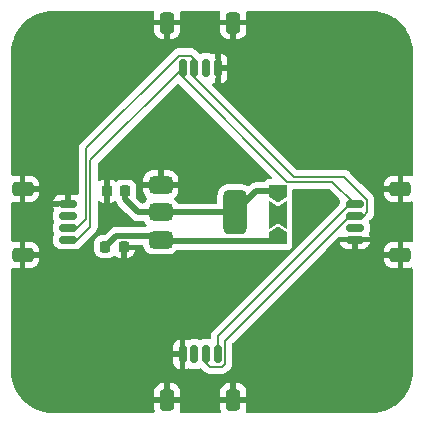
<source format=gtl>
G04 #@! TF.GenerationSoftware,KiCad,Pcbnew,9.0.3*
G04 #@! TF.CreationDate,2025-08-26T16:50:38-07:00*
G04 #@! TF.ProjectId,i2c_breakout,6932635f-6272-4656-916b-6f75742e6b69,v1.0.0*
G04 #@! TF.SameCoordinates,Original*
G04 #@! TF.FileFunction,Copper,L1,Top*
G04 #@! TF.FilePolarity,Positive*
%FSLAX45Y45*%
G04 Gerber Fmt 4.5, Leading zero omitted, Abs format (unit mm)*
G04 Created by KiCad (PCBNEW 9.0.3) date 2025-08-26 16:50:38*
%MOMM*%
%LPD*%
G01*
G04 APERTURE LIST*
G04 Aperture macros list*
%AMRoundRect*
0 Rectangle with rounded corners*
0 $1 Rounding radius*
0 $2 $3 $4 $5 $6 $7 $8 $9 X,Y pos of 4 corners*
0 Add a 4 corners polygon primitive as box body*
4,1,4,$2,$3,$4,$5,$6,$7,$8,$9,$2,$3,0*
0 Add four circle primitives for the rounded corners*
1,1,$1+$1,$2,$3*
1,1,$1+$1,$4,$5*
1,1,$1+$1,$6,$7*
1,1,$1+$1,$8,$9*
0 Add four rect primitives between the rounded corners*
20,1,$1+$1,$2,$3,$4,$5,0*
20,1,$1+$1,$4,$5,$6,$7,0*
20,1,$1+$1,$6,$7,$8,$9,0*
20,1,$1+$1,$8,$9,$2,$3,0*%
%AMFreePoly0*
4,1,6,1.000000,0.000000,0.500000,-0.750000,-0.500000,-0.750000,-0.500000,0.750000,0.500000,0.750000,1.000000,0.000000,1.000000,0.000000,$1*%
%AMFreePoly1*
4,1,7,0.700000,0.000000,1.200000,-0.750000,-1.200000,-0.750000,-0.700000,0.000000,-1.200000,0.750000,1.200000,0.750000,0.700000,0.000000,0.700000,0.000000,$1*%
G04 Aperture macros list end*
G04 #@! TA.AperFunction,ComponentPad*
%ADD10C,5.700000*%
G04 #@! TD*
G04 #@! TA.AperFunction,SMDPad,CuDef*
%ADD11RoundRect,0.150000X0.150000X0.625000X-0.150000X0.625000X-0.150000X-0.625000X0.150000X-0.625000X0*%
G04 #@! TD*
G04 #@! TA.AperFunction,SMDPad,CuDef*
%ADD12RoundRect,0.250000X0.350000X0.650000X-0.350000X0.650000X-0.350000X-0.650000X0.350000X-0.650000X0*%
G04 #@! TD*
G04 #@! TA.AperFunction,SMDPad,CuDef*
%ADD13RoundRect,0.375000X-0.625000X-0.375000X0.625000X-0.375000X0.625000X0.375000X-0.625000X0.375000X0*%
G04 #@! TD*
G04 #@! TA.AperFunction,SMDPad,CuDef*
%ADD14RoundRect,0.500000X-0.500000X-1.400000X0.500000X-1.400000X0.500000X1.400000X-0.500000X1.400000X0*%
G04 #@! TD*
G04 #@! TA.AperFunction,SMDPad,CuDef*
%ADD15RoundRect,0.225000X-0.225000X-0.250000X0.225000X-0.250000X0.225000X0.250000X-0.225000X0.250000X0*%
G04 #@! TD*
G04 #@! TA.AperFunction,SMDPad,CuDef*
%ADD16RoundRect,0.150000X-0.625000X0.150000X-0.625000X-0.150000X0.625000X-0.150000X0.625000X0.150000X0*%
G04 #@! TD*
G04 #@! TA.AperFunction,SMDPad,CuDef*
%ADD17RoundRect,0.250000X-0.650000X0.350000X-0.650000X-0.350000X0.650000X-0.350000X0.650000X0.350000X0*%
G04 #@! TD*
G04 #@! TA.AperFunction,SMDPad,CuDef*
%ADD18RoundRect,0.150000X0.625000X-0.150000X0.625000X0.150000X-0.625000X0.150000X-0.625000X-0.150000X0*%
G04 #@! TD*
G04 #@! TA.AperFunction,SMDPad,CuDef*
%ADD19RoundRect,0.250000X0.650000X-0.350000X0.650000X0.350000X-0.650000X0.350000X-0.650000X-0.350000X0*%
G04 #@! TD*
G04 #@! TA.AperFunction,SMDPad,CuDef*
%ADD20RoundRect,0.150000X-0.150000X-0.625000X0.150000X-0.625000X0.150000X0.625000X-0.150000X0.625000X0*%
G04 #@! TD*
G04 #@! TA.AperFunction,SMDPad,CuDef*
%ADD21RoundRect,0.250000X-0.350000X-0.650000X0.350000X-0.650000X0.350000X0.650000X-0.350000X0.650000X0*%
G04 #@! TD*
G04 #@! TA.AperFunction,SMDPad,CuDef*
%ADD22RoundRect,0.225000X0.225000X0.250000X-0.225000X0.250000X-0.225000X-0.250000X0.225000X-0.250000X0*%
G04 #@! TD*
G04 #@! TA.AperFunction,SMDPad,CuDef*
%ADD23FreePoly0,270.000000*%
G04 #@! TD*
G04 #@! TA.AperFunction,SMDPad,CuDef*
%ADD24FreePoly1,270.000000*%
G04 #@! TD*
G04 #@! TA.AperFunction,SMDPad,CuDef*
%ADD25FreePoly0,90.000000*%
G04 #@! TD*
G04 #@! TA.AperFunction,ViaPad*
%ADD26C,0.600000*%
G04 #@! TD*
G04 #@! TA.AperFunction,Conductor*
%ADD27C,0.500000*%
G04 #@! TD*
G04 #@! TA.AperFunction,Conductor*
%ADD28C,0.200000*%
G04 #@! TD*
G04 APERTURE END LIST*
D10*
X15350000Y-7850000D03*
D11*
X14100000Y-5333750D03*
X14000000Y-5333750D03*
X13900000Y-5333750D03*
X13800000Y-5333750D03*
D12*
X14230000Y-4946250D03*
X13670000Y-4946250D03*
D10*
X12750000Y-7850000D03*
D13*
X13615000Y-6323750D03*
X13615000Y-6553750D03*
D14*
X14245000Y-6553750D03*
D13*
X13615000Y-6783750D03*
D15*
X13147500Y-6843750D03*
X13302500Y-6843750D03*
D16*
X12832500Y-6483750D03*
X12832500Y-6583750D03*
X12832500Y-6683750D03*
X12832500Y-6783750D03*
D17*
X12445000Y-6353750D03*
X12445000Y-6913750D03*
D10*
X15350000Y-5250000D03*
D18*
X15257500Y-6783750D03*
X15257500Y-6683750D03*
X15257500Y-6583750D03*
X15257500Y-6483750D03*
D19*
X15645000Y-6913750D03*
X15645000Y-6353750D03*
D20*
X13800000Y-7753750D03*
X13900000Y-7753750D03*
X14000000Y-7753750D03*
X14100000Y-7753750D03*
D21*
X13670000Y-8141250D03*
X14230000Y-8141250D03*
D22*
X13315000Y-6373750D03*
X13160000Y-6373750D03*
D23*
X14605000Y-6373750D03*
D24*
X14605000Y-6573750D03*
D25*
X14605000Y-6773750D03*
D10*
X12750000Y-5250000D03*
D26*
X12832500Y-6583750D03*
X13147500Y-6843750D03*
X15257500Y-6683750D03*
X14000000Y-5333750D03*
X14605000Y-6573750D03*
X13900000Y-7753750D03*
D27*
X13615000Y-6553750D02*
X14245000Y-6553750D01*
X13315000Y-6443750D02*
X13425000Y-6553750D01*
X14245000Y-6553750D02*
X14425000Y-6373750D01*
X13315000Y-6373750D02*
X13315000Y-6443750D01*
X13425000Y-6553750D02*
X13615000Y-6553750D01*
X14425000Y-6373750D02*
X14605000Y-6373750D01*
X13240100Y-6751150D02*
X13582400Y-6751150D01*
X13582400Y-6751150D02*
X13615000Y-6783750D01*
X13147500Y-6843750D02*
X13240100Y-6751150D01*
X13625000Y-6793750D02*
X14585000Y-6793750D01*
X13615000Y-6783750D02*
X13625000Y-6793750D01*
X14585000Y-6793750D02*
X14605000Y-6773750D01*
D28*
X14134097Y-7861350D02*
X14030100Y-7861350D01*
X15365100Y-6553650D02*
X15335000Y-6583750D01*
X14030100Y-7861350D02*
X14000000Y-7831250D01*
X15365100Y-6449653D02*
X15365100Y-6553650D01*
X12910000Y-6683750D02*
X12979900Y-6613850D01*
X13765903Y-5226150D02*
X13869900Y-5226150D01*
X13900000Y-5411250D02*
X14741800Y-6253050D01*
X13900000Y-5256250D02*
X13900000Y-5333750D01*
X12979900Y-6012153D02*
X13765903Y-5226150D01*
X15335000Y-6583750D02*
X15257500Y-6583750D01*
X14741800Y-6253050D02*
X15168497Y-6253050D01*
X15257500Y-6583750D02*
X15215803Y-6583750D01*
X14160100Y-7835347D02*
X14134097Y-7861350D01*
X15168497Y-6253050D02*
X15365100Y-6449653D01*
X15215803Y-6583750D02*
X14160100Y-7639453D01*
X12979900Y-6613850D02*
X12979900Y-6012153D01*
X14160100Y-7639453D02*
X14160100Y-7835347D01*
X13869900Y-5226150D02*
X13900000Y-5256250D01*
X14000000Y-7831250D02*
X14000000Y-7753750D01*
X12832500Y-6683750D02*
X12910000Y-6683750D01*
X13900000Y-5333750D02*
X13900000Y-5411250D01*
X13800000Y-5411250D02*
X14681900Y-6293150D01*
X12832500Y-6783750D02*
X12910000Y-6783750D01*
X13800000Y-5333750D02*
X13800000Y-5411250D01*
X12910000Y-6783750D02*
X13020000Y-6673750D01*
X13020000Y-6113750D02*
X13800000Y-5333750D01*
X14100000Y-7599553D02*
X14100000Y-7753750D01*
X15257500Y-6483750D02*
X15215803Y-6483750D01*
X14681900Y-6293150D02*
X15066900Y-6293150D01*
X15066900Y-6293150D02*
X15257500Y-6483750D01*
X13020000Y-6673750D02*
X13020000Y-6113750D01*
X15215803Y-6483750D02*
X14100000Y-7599553D01*
G04 #@! TA.AperFunction,Conductor*
G36*
X13555860Y-4852019D02*
G01*
X13560436Y-4857299D01*
X13561430Y-4864215D01*
X13561171Y-4865315D01*
X13561191Y-4865319D01*
X13561049Y-4865981D01*
X13560000Y-4876251D01*
X13560000Y-4921250D01*
X13780000Y-4921250D01*
X13780000Y-4876253D01*
X13780000Y-4876251D01*
X13778950Y-4865980D01*
X13778809Y-4865318D01*
X13779036Y-4865269D01*
X13778833Y-4859369D01*
X13782405Y-4853364D01*
X13788657Y-4850244D01*
X13790844Y-4850050D01*
X14109156Y-4850050D01*
X14115860Y-4852019D01*
X14120436Y-4857299D01*
X14121430Y-4864215D01*
X14121171Y-4865315D01*
X14121191Y-4865319D01*
X14121049Y-4865981D01*
X14120000Y-4876251D01*
X14120000Y-4921250D01*
X14340000Y-4921250D01*
X14340000Y-4876253D01*
X14340000Y-4876251D01*
X14338950Y-4865980D01*
X14338809Y-4865318D01*
X14339036Y-4865269D01*
X14338833Y-4859369D01*
X14342405Y-4853364D01*
X14348657Y-4850244D01*
X14350844Y-4850050D01*
X15393411Y-4850050D01*
X15399695Y-4850050D01*
X15400303Y-4850065D01*
X15433693Y-4851705D01*
X15434904Y-4851825D01*
X15436212Y-4852019D01*
X15467670Y-4856685D01*
X15468862Y-4856922D01*
X15500995Y-4864971D01*
X15502159Y-4865324D01*
X15509281Y-4867872D01*
X15533347Y-4876483D01*
X15534469Y-4876948D01*
X15564416Y-4891112D01*
X15565487Y-4891684D01*
X15593899Y-4908714D01*
X15594911Y-4909390D01*
X15621517Y-4929122D01*
X15622458Y-4929894D01*
X15647001Y-4952140D01*
X15647860Y-4952999D01*
X15664402Y-4971250D01*
X15670105Y-4977542D01*
X15670877Y-4978483D01*
X15690610Y-5005089D01*
X15691286Y-5006101D01*
X15704178Y-5027609D01*
X15708315Y-5034512D01*
X15708888Y-5035585D01*
X15723051Y-5065530D01*
X15723517Y-5066654D01*
X15734676Y-5097841D01*
X15735029Y-5099006D01*
X15743078Y-5131137D01*
X15743315Y-5132331D01*
X15748175Y-5165096D01*
X15748295Y-5166307D01*
X15749935Y-5199697D01*
X15749950Y-5200305D01*
X15749950Y-6235806D01*
X15747981Y-6242509D01*
X15742701Y-6247085D01*
X15735785Y-6248079D01*
X15733650Y-6247576D01*
X15725270Y-6244799D01*
X15725269Y-6244799D01*
X15714999Y-6243750D01*
X15670000Y-6243750D01*
X15670000Y-6463750D01*
X15714997Y-6463750D01*
X15714999Y-6463750D01*
X15725269Y-6462701D01*
X15733649Y-6459924D01*
X15740632Y-6459683D01*
X15746637Y-6463257D01*
X15749756Y-6469509D01*
X15749950Y-6471694D01*
X15749950Y-6795806D01*
X15747981Y-6802509D01*
X15742701Y-6807085D01*
X15735785Y-6808079D01*
X15733650Y-6807576D01*
X15725270Y-6804799D01*
X15725269Y-6804799D01*
X15714999Y-6803750D01*
X15670000Y-6803750D01*
X15670000Y-7023750D01*
X15714997Y-7023750D01*
X15714999Y-7023750D01*
X15725269Y-7022701D01*
X15733649Y-7019924D01*
X15740632Y-7019683D01*
X15746637Y-7023257D01*
X15749756Y-7029509D01*
X15749950Y-7031694D01*
X15749950Y-7899695D01*
X15749935Y-7900303D01*
X15748295Y-7933693D01*
X15748175Y-7934904D01*
X15743315Y-7967669D01*
X15743078Y-7968863D01*
X15735029Y-8000994D01*
X15734676Y-8002159D01*
X15723517Y-8033346D01*
X15723051Y-8034470D01*
X15708888Y-8064415D01*
X15708315Y-8065488D01*
X15691286Y-8093899D01*
X15690610Y-8094911D01*
X15670877Y-8121517D01*
X15670105Y-8122458D01*
X15647861Y-8147001D01*
X15647001Y-8147861D01*
X15622458Y-8170105D01*
X15621517Y-8170877D01*
X15594911Y-8190610D01*
X15593899Y-8191286D01*
X15565488Y-8208315D01*
X15564415Y-8208888D01*
X15534470Y-8223051D01*
X15533346Y-8223517D01*
X15502159Y-8234676D01*
X15500994Y-8235029D01*
X15468863Y-8243078D01*
X15467669Y-8243315D01*
X15434904Y-8248175D01*
X15433693Y-8248295D01*
X15402199Y-8249842D01*
X15400303Y-8249935D01*
X15399695Y-8249950D01*
X14346702Y-8249950D01*
X14339998Y-8247981D01*
X14335422Y-8242701D01*
X14334428Y-8235785D01*
X14334931Y-8233650D01*
X14338950Y-8221520D01*
X14338951Y-8221519D01*
X14340000Y-8211249D01*
X14340000Y-8211247D01*
X14340000Y-8166250D01*
X14120000Y-8166250D01*
X14120000Y-8211249D01*
X14121049Y-8221520D01*
X14125069Y-8233650D01*
X14125309Y-8240632D01*
X14121736Y-8246637D01*
X14115484Y-8249756D01*
X14113298Y-8249950D01*
X13786702Y-8249950D01*
X13779998Y-8247981D01*
X13775422Y-8242701D01*
X13774428Y-8235785D01*
X13774931Y-8233650D01*
X13778950Y-8221520D01*
X13778951Y-8221519D01*
X13780000Y-8211249D01*
X13780000Y-8211247D01*
X13780000Y-8166250D01*
X13560000Y-8166250D01*
X13560000Y-8211249D01*
X13561049Y-8221520D01*
X13565069Y-8233650D01*
X13565309Y-8240632D01*
X13561736Y-8246637D01*
X13555484Y-8249756D01*
X13553298Y-8249950D01*
X12700305Y-8249950D01*
X12699697Y-8249935D01*
X12697690Y-8249836D01*
X12666307Y-8248295D01*
X12665096Y-8248175D01*
X12632330Y-8243315D01*
X12631137Y-8243078D01*
X12599005Y-8235029D01*
X12597841Y-8234676D01*
X12566654Y-8223517D01*
X12565530Y-8223051D01*
X12535584Y-8208888D01*
X12534512Y-8208315D01*
X12506101Y-8191286D01*
X12505089Y-8190610D01*
X12478483Y-8170877D01*
X12477542Y-8170105D01*
X12473288Y-8166250D01*
X12452999Y-8147860D01*
X12452139Y-8147001D01*
X12429894Y-8122458D01*
X12429122Y-8121517D01*
X12409390Y-8094911D01*
X12408714Y-8093899D01*
X12395139Y-8071251D01*
X13560000Y-8071251D01*
X13560000Y-8116250D01*
X13645000Y-8116250D01*
X13695000Y-8116250D01*
X13780000Y-8116250D01*
X13780000Y-8071253D01*
X13780000Y-8071251D01*
X14120000Y-8071251D01*
X14120000Y-8116250D01*
X14205000Y-8116250D01*
X14255000Y-8116250D01*
X14340000Y-8116250D01*
X14340000Y-8071253D01*
X14340000Y-8071251D01*
X14338950Y-8060980D01*
X14333436Y-8044338D01*
X14333436Y-8044337D01*
X14324231Y-8029415D01*
X14311834Y-8017018D01*
X14296912Y-8007814D01*
X14296912Y-8007814D01*
X14280270Y-8002299D01*
X14280269Y-8002299D01*
X14269999Y-8001250D01*
X14255000Y-8001250D01*
X14255000Y-8116250D01*
X14205000Y-8116250D01*
X14205000Y-8001250D01*
X14190003Y-8001250D01*
X14190001Y-8001250D01*
X14179730Y-8002299D01*
X14163088Y-8007814D01*
X14163087Y-8007814D01*
X14148165Y-8017018D01*
X14135768Y-8029415D01*
X14126564Y-8044337D01*
X14126564Y-8044338D01*
X14121049Y-8060980D01*
X14121049Y-8060981D01*
X14120000Y-8071251D01*
X13780000Y-8071251D01*
X13780000Y-8071251D01*
X13778950Y-8060980D01*
X13773436Y-8044338D01*
X13773436Y-8044337D01*
X13764231Y-8029415D01*
X13751834Y-8017018D01*
X13736912Y-8007814D01*
X13736912Y-8007814D01*
X13720270Y-8002299D01*
X13720269Y-8002299D01*
X13709999Y-8001250D01*
X13695000Y-8001250D01*
X13695000Y-8116250D01*
X13645000Y-8116250D01*
X13645000Y-8001250D01*
X13630003Y-8001250D01*
X13630001Y-8001250D01*
X13619730Y-8002299D01*
X13603088Y-8007814D01*
X13603087Y-8007814D01*
X13588165Y-8017018D01*
X13575768Y-8029415D01*
X13566564Y-8044337D01*
X13566564Y-8044338D01*
X13561049Y-8060980D01*
X13561049Y-8060981D01*
X13560000Y-8071251D01*
X12395139Y-8071251D01*
X12391684Y-8065487D01*
X12391112Y-8064416D01*
X12376948Y-8034469D01*
X12376483Y-8033346D01*
X12375076Y-8029415D01*
X12365374Y-8002299D01*
X12365324Y-8002159D01*
X12364971Y-8000994D01*
X12364096Y-7997501D01*
X12356922Y-7968862D01*
X12356685Y-7967669D01*
X12351824Y-7934904D01*
X12351705Y-7933693D01*
X12350900Y-7917307D01*
X12350065Y-7900303D01*
X12350050Y-7899695D01*
X12350050Y-7822815D01*
X13720000Y-7822815D01*
X13720290Y-7826499D01*
X13720290Y-7826499D01*
X13724872Y-7842269D01*
X13724872Y-7842270D01*
X13733231Y-7856405D01*
X13733232Y-7856406D01*
X13744844Y-7868018D01*
X13744845Y-7868018D01*
X13758980Y-7876378D01*
X13774751Y-7880960D01*
X13774751Y-7880960D01*
X13775000Y-7880979D01*
X13775000Y-7880979D01*
X13775000Y-7778750D01*
X13720000Y-7778750D01*
X13720000Y-7822815D01*
X12350050Y-7822815D01*
X12350050Y-7684685D01*
X13720000Y-7684685D01*
X13720000Y-7728750D01*
X13775000Y-7728750D01*
X13775000Y-7626520D01*
X13774750Y-7626540D01*
X13758981Y-7631122D01*
X13758980Y-7631122D01*
X13744845Y-7639481D01*
X13744844Y-7639482D01*
X13733232Y-7651094D01*
X13733231Y-7651095D01*
X13724872Y-7665230D01*
X13724872Y-7665231D01*
X13720290Y-7681000D01*
X13720290Y-7681001D01*
X13720000Y-7684685D01*
X12350050Y-7684685D01*
X12350050Y-7034893D01*
X12352018Y-7028189D01*
X12357299Y-7023614D01*
X12364056Y-7022642D01*
X12364057Y-7022632D01*
X12364099Y-7022636D01*
X12364215Y-7022619D01*
X12364585Y-7022686D01*
X12375002Y-7023750D01*
X12420000Y-7023750D01*
X12470000Y-7023750D01*
X12514997Y-7023750D01*
X12514999Y-7023750D01*
X12525270Y-7022700D01*
X12541912Y-7017186D01*
X12541912Y-7017186D01*
X12556834Y-7007981D01*
X12569231Y-6995584D01*
X12578436Y-6980662D01*
X12578436Y-6980662D01*
X12583950Y-6964020D01*
X12583951Y-6964019D01*
X12585000Y-6953749D01*
X12585000Y-6953747D01*
X12585000Y-6938750D01*
X12470000Y-6938750D01*
X12470000Y-7023750D01*
X12420000Y-7023750D01*
X12420000Y-7023750D01*
X12420000Y-6888750D01*
X12470000Y-6888750D01*
X12585000Y-6888750D01*
X12585000Y-6873753D01*
X12585000Y-6873751D01*
X12583950Y-6863480D01*
X12578436Y-6846838D01*
X12578436Y-6846837D01*
X12569231Y-6831915D01*
X12556834Y-6819518D01*
X12541912Y-6810314D01*
X12541912Y-6810314D01*
X12525270Y-6804799D01*
X12525269Y-6804799D01*
X12514999Y-6803750D01*
X12470000Y-6803750D01*
X12470000Y-6888750D01*
X12420000Y-6888750D01*
X12420000Y-6803750D01*
X12375003Y-6803750D01*
X12375001Y-6803750D01*
X12364057Y-6804868D01*
X12364035Y-6804656D01*
X12358077Y-6804210D01*
X12352498Y-6800004D01*
X12350079Y-6793449D01*
X12350050Y-6792607D01*
X12350050Y-6562180D01*
X12704950Y-6562180D01*
X12704950Y-6605320D01*
X12705240Y-6609007D01*
X12705240Y-6609007D01*
X12709825Y-6624789D01*
X12711392Y-6627438D01*
X12713110Y-6634211D01*
X12711392Y-6640062D01*
X12709825Y-6642711D01*
X12705240Y-6658493D01*
X12705240Y-6658493D01*
X12704950Y-6662180D01*
X12704950Y-6705320D01*
X12705240Y-6709007D01*
X12705240Y-6709007D01*
X12709825Y-6724789D01*
X12711392Y-6727438D01*
X12713110Y-6734211D01*
X12711392Y-6740062D01*
X12711112Y-6740535D01*
X12709825Y-6742711D01*
X12705240Y-6758493D01*
X12705240Y-6758493D01*
X12704950Y-6762180D01*
X12704950Y-6805320D01*
X12705240Y-6809007D01*
X12705240Y-6809007D01*
X12709825Y-6824789D01*
X12709825Y-6824790D01*
X12709826Y-6824790D01*
X12712234Y-6828862D01*
X12718192Y-6838936D01*
X12718192Y-6838937D01*
X12729813Y-6850558D01*
X12729813Y-6850558D01*
X12729813Y-6850558D01*
X12743960Y-6858924D01*
X12748122Y-6860134D01*
X12759743Y-6863510D01*
X12759743Y-6863510D01*
X12759743Y-6863510D01*
X12763431Y-6863800D01*
X12763431Y-6863800D01*
X12901569Y-6863800D01*
X12901569Y-6863800D01*
X12905257Y-6863510D01*
X12905257Y-6863510D01*
X12905257Y-6863510D01*
X12912076Y-6861529D01*
X12921040Y-6858924D01*
X12935186Y-6850558D01*
X12946808Y-6838936D01*
X12955174Y-6824790D01*
X12955175Y-6824788D01*
X12955219Y-6824687D01*
X12955346Y-6824499D01*
X12955572Y-6824118D01*
X12955595Y-6824132D01*
X12955624Y-6824090D01*
X12955716Y-6823668D01*
X12957827Y-6820847D01*
X12957831Y-6820843D01*
X12958052Y-6820622D01*
X12958052Y-6820621D01*
X12958452Y-6820222D01*
X13055851Y-6722823D01*
X13055851Y-6722822D01*
X13056871Y-6721802D01*
X13056872Y-6721802D01*
X13068052Y-6710621D01*
X13075958Y-6696928D01*
X13080050Y-6681656D01*
X13080050Y-6470714D01*
X13082018Y-6464010D01*
X13087299Y-6459435D01*
X13094215Y-6458440D01*
X13098960Y-6460160D01*
X13106651Y-6464904D01*
X13106652Y-6464905D01*
X13122739Y-6470235D01*
X13132668Y-6471250D01*
X13135000Y-6471250D01*
X13135000Y-6276250D01*
X13132669Y-6276250D01*
X13132667Y-6276250D01*
X13122739Y-6277264D01*
X13106652Y-6282595D01*
X13106651Y-6282596D01*
X13098960Y-6287340D01*
X13092220Y-6289184D01*
X13085554Y-6287092D01*
X13081077Y-6281727D01*
X13080050Y-6276786D01*
X13080050Y-6143760D01*
X13082018Y-6137056D01*
X13083682Y-6134992D01*
X13254572Y-5964101D01*
X13752482Y-5466191D01*
X13758614Y-5462843D01*
X13765583Y-5463341D01*
X13770018Y-5466192D01*
X14555858Y-6252032D01*
X14559207Y-6258164D01*
X14558709Y-6265133D01*
X14554521Y-6270727D01*
X14547975Y-6273168D01*
X14547090Y-6273200D01*
X14530000Y-6273200D01*
X14522806Y-6273714D01*
X14509000Y-6277768D01*
X14496897Y-6285547D01*
X14496896Y-6285547D01*
X14489208Y-6294420D01*
X14483330Y-6298198D01*
X14479837Y-6298700D01*
X14417608Y-6298700D01*
X14403109Y-6301584D01*
X14403108Y-6301584D01*
X14389451Y-6307241D01*
X14389450Y-6307242D01*
X14377158Y-6315455D01*
X14364985Y-6327628D01*
X14358853Y-6330976D01*
X14351884Y-6330478D01*
X14350476Y-6329851D01*
X14332305Y-6320359D01*
X14323639Y-6317879D01*
X14312742Y-6314761D01*
X14312741Y-6314761D01*
X14312741Y-6314761D01*
X14306110Y-6314172D01*
X14300804Y-6313700D01*
X14300803Y-6313700D01*
X14189197Y-6313700D01*
X14189196Y-6313700D01*
X14189196Y-6313700D01*
X14188620Y-6313751D01*
X14177258Y-6314761D01*
X14157695Y-6320359D01*
X14148677Y-6325070D01*
X14139659Y-6329780D01*
X14139659Y-6329780D01*
X14139659Y-6329780D01*
X14123889Y-6342639D01*
X14111030Y-6358409D01*
X14111030Y-6358409D01*
X14107274Y-6365600D01*
X14101609Y-6376445D01*
X14096011Y-6396008D01*
X14096011Y-6396009D01*
X14094950Y-6407947D01*
X14094950Y-6466300D01*
X14092981Y-6473004D01*
X14087701Y-6477579D01*
X14082550Y-6478700D01*
X13764294Y-6478700D01*
X13757590Y-6476731D01*
X13753185Y-6471809D01*
X13751703Y-6468820D01*
X13739772Y-6453978D01*
X13739772Y-6453978D01*
X13732811Y-6448382D01*
X13728820Y-6442648D01*
X13728562Y-6435666D01*
X13732119Y-6429653D01*
X13732811Y-6429053D01*
X13739737Y-6423487D01*
X13739737Y-6423487D01*
X13751661Y-6408652D01*
X13751661Y-6408652D01*
X13760117Y-6391602D01*
X13764710Y-6373132D01*
X13765000Y-6368860D01*
X13765000Y-6348750D01*
X13465000Y-6348750D01*
X13465000Y-6368860D01*
X13465290Y-6373132D01*
X13469883Y-6391602D01*
X13478339Y-6408652D01*
X13478339Y-6408652D01*
X13490263Y-6423486D01*
X13497188Y-6429053D01*
X13501180Y-6434787D01*
X13501438Y-6441770D01*
X13497880Y-6447783D01*
X13497188Y-6448383D01*
X13493756Y-6451142D01*
X13490511Y-6453750D01*
X13490228Y-6453978D01*
X13478297Y-6468820D01*
X13476815Y-6471809D01*
X13475737Y-6472975D01*
X13475077Y-6474420D01*
X13473414Y-6475489D01*
X13472072Y-6476941D01*
X13470463Y-6477385D01*
X13469199Y-6478198D01*
X13465706Y-6478700D01*
X13461223Y-6478700D01*
X13454519Y-6476731D01*
X13452455Y-6475068D01*
X13409931Y-6432545D01*
X13406583Y-6426412D01*
X13406929Y-6419876D01*
X13407888Y-6416982D01*
X13409035Y-6413521D01*
X13410050Y-6403584D01*
X13410050Y-6343916D01*
X13409035Y-6333979D01*
X13403700Y-6317880D01*
X13403700Y-6317880D01*
X13403700Y-6317879D01*
X13394797Y-6303446D01*
X13394797Y-6303445D01*
X13382804Y-6291453D01*
X13382804Y-6291453D01*
X13378801Y-6288984D01*
X13368370Y-6282550D01*
X13368370Y-6282550D01*
X13368370Y-6282550D01*
X13368369Y-6282550D01*
X13356572Y-6278640D01*
X13465000Y-6278640D01*
X13465000Y-6298750D01*
X13590000Y-6298750D01*
X13640000Y-6298750D01*
X13765000Y-6298750D01*
X13765000Y-6278640D01*
X13764710Y-6274367D01*
X13760117Y-6255898D01*
X13751661Y-6238848D01*
X13751661Y-6238847D01*
X13739737Y-6224013D01*
X13739737Y-6224013D01*
X13724902Y-6212089D01*
X13724902Y-6212089D01*
X13707852Y-6203633D01*
X13689382Y-6199040D01*
X13685110Y-6198750D01*
X13640000Y-6198750D01*
X13640000Y-6298750D01*
X13590000Y-6298750D01*
X13590000Y-6198750D01*
X13544890Y-6198750D01*
X13540617Y-6199040D01*
X13522148Y-6203633D01*
X13505098Y-6212089D01*
X13505097Y-6212089D01*
X13490263Y-6224013D01*
X13490263Y-6224013D01*
X13478339Y-6238847D01*
X13478339Y-6238848D01*
X13469883Y-6255898D01*
X13465290Y-6274367D01*
X13465000Y-6278640D01*
X13356572Y-6278640D01*
X13352271Y-6277215D01*
X13342335Y-6276200D01*
X13287666Y-6276200D01*
X13287664Y-6276200D01*
X13277729Y-6277215D01*
X13277729Y-6277215D01*
X13261630Y-6282550D01*
X13261629Y-6282550D01*
X13247196Y-6291453D01*
X13247195Y-6291453D01*
X13246232Y-6292416D01*
X13240100Y-6295765D01*
X13233131Y-6295266D01*
X13228696Y-6292416D01*
X13227773Y-6291493D01*
X13227773Y-6291492D01*
X13213349Y-6282596D01*
X13213348Y-6282595D01*
X13197261Y-6277264D01*
X13187332Y-6276250D01*
X13185000Y-6276250D01*
X13185000Y-6471250D01*
X13187331Y-6471250D01*
X13187332Y-6471250D01*
X13197261Y-6470235D01*
X13213348Y-6464905D01*
X13213349Y-6464904D01*
X13224296Y-6458152D01*
X13225938Y-6457703D01*
X13227375Y-6456790D01*
X13229238Y-6456800D01*
X13231035Y-6456308D01*
X13232659Y-6456818D01*
X13234362Y-6456827D01*
X13235924Y-6457842D01*
X13237702Y-6458400D01*
X13238825Y-6459728D01*
X13240220Y-6460635D01*
X13241377Y-6462745D01*
X13242112Y-6463614D01*
X13242683Y-6464882D01*
X13242834Y-6465641D01*
X13248492Y-6479299D01*
X13250018Y-6481584D01*
X13250591Y-6482442D01*
X13256705Y-6491592D01*
X13256705Y-6491592D01*
X13323606Y-6558493D01*
X13377158Y-6612045D01*
X13381905Y-6615217D01*
X13389450Y-6620258D01*
X13389451Y-6620258D01*
X13389451Y-6620258D01*
X13400389Y-6624789D01*
X13403109Y-6625916D01*
X13403109Y-6625916D01*
X13403109Y-6625916D01*
X13417608Y-6628800D01*
X13417608Y-6628800D01*
X13417608Y-6628800D01*
X13432392Y-6628800D01*
X13465706Y-6628800D01*
X13472410Y-6630768D01*
X13476815Y-6635691D01*
X13478297Y-6638679D01*
X13481537Y-6642710D01*
X13490228Y-6653522D01*
X13490866Y-6654035D01*
X13494858Y-6659770D01*
X13495116Y-6666752D01*
X13491558Y-6672765D01*
X13485314Y-6675900D01*
X13483097Y-6676100D01*
X13232708Y-6676100D01*
X13229824Y-6676673D01*
X13229824Y-6676673D01*
X13218209Y-6678984D01*
X13218209Y-6678984D01*
X13211759Y-6681656D01*
X13204551Y-6684641D01*
X13204550Y-6684642D01*
X13199627Y-6687931D01*
X13199627Y-6687931D01*
X13192258Y-6692855D01*
X13142545Y-6742568D01*
X13136413Y-6745917D01*
X13133777Y-6746200D01*
X13120166Y-6746200D01*
X13120164Y-6746200D01*
X13110229Y-6747215D01*
X13110229Y-6747215D01*
X13094130Y-6752550D01*
X13094129Y-6752550D01*
X13079696Y-6761453D01*
X13079695Y-6761453D01*
X13067703Y-6773445D01*
X13067703Y-6773446D01*
X13058800Y-6787879D01*
X13058800Y-6787880D01*
X13053465Y-6803979D01*
X13052450Y-6813915D01*
X13052450Y-6873584D01*
X13052450Y-6873585D01*
X13053465Y-6883521D01*
X13053465Y-6883521D01*
X13058800Y-6899619D01*
X13058800Y-6899620D01*
X13067703Y-6914054D01*
X13067703Y-6914054D01*
X13079695Y-6926047D01*
X13079696Y-6926047D01*
X13094129Y-6934950D01*
X13094130Y-6934950D01*
X13094130Y-6934950D01*
X13110229Y-6940285D01*
X13120165Y-6941300D01*
X13174834Y-6941300D01*
X13174835Y-6941300D01*
X13174835Y-6941300D01*
X13180276Y-6940744D01*
X13184771Y-6940285D01*
X13200870Y-6934950D01*
X13215304Y-6926047D01*
X13216267Y-6925084D01*
X13222399Y-6921736D01*
X13229368Y-6922233D01*
X13233803Y-6925084D01*
X13234727Y-6926007D01*
X13234727Y-6926007D01*
X13249151Y-6934904D01*
X13249152Y-6934905D01*
X13265239Y-6940235D01*
X13275168Y-6941250D01*
X13327500Y-6941250D01*
X13329831Y-6941250D01*
X13329832Y-6941250D01*
X13339761Y-6940235D01*
X13355848Y-6934905D01*
X13355849Y-6934904D01*
X13370273Y-6926007D01*
X13370273Y-6926007D01*
X13382257Y-6914023D01*
X13382257Y-6914023D01*
X13391154Y-6899599D01*
X13391155Y-6899598D01*
X13396485Y-6883511D01*
X13397500Y-6873582D01*
X13397500Y-6873581D01*
X13397500Y-6868750D01*
X13327500Y-6868750D01*
X13327500Y-6941250D01*
X13275168Y-6941250D01*
X13277500Y-6941250D01*
X13277500Y-6856150D01*
X13279468Y-6849446D01*
X13284749Y-6844871D01*
X13289900Y-6843750D01*
X13302500Y-6843750D01*
X13302500Y-6838600D01*
X13304468Y-6831896D01*
X13309749Y-6827321D01*
X13314900Y-6826200D01*
X13453820Y-6826200D01*
X13460524Y-6828168D01*
X13465100Y-6833449D01*
X13465854Y-6835607D01*
X13469702Y-6851079D01*
X13469836Y-6851620D01*
X13478297Y-6868679D01*
X13478297Y-6868679D01*
X13490228Y-6883522D01*
X13490228Y-6883522D01*
X13505070Y-6895453D01*
X13505071Y-6895453D01*
X13522130Y-6903914D01*
X13522130Y-6903914D01*
X13522131Y-6903914D01*
X13540611Y-6908510D01*
X13544888Y-6908800D01*
X13685112Y-6908800D01*
X13689389Y-6908510D01*
X13707869Y-6903914D01*
X13724930Y-6895453D01*
X13739772Y-6883522D01*
X13747599Y-6873785D01*
X13747883Y-6873431D01*
X13753618Y-6869439D01*
X13757548Y-6868800D01*
X14505501Y-6868800D01*
X14510652Y-6869921D01*
X14515758Y-6872252D01*
X14515758Y-6872252D01*
X14515758Y-6872252D01*
X14530000Y-6874300D01*
X14530000Y-6874300D01*
X14680000Y-6874300D01*
X14687194Y-6873785D01*
X14700999Y-6869732D01*
X14713103Y-6861953D01*
X14722525Y-6851079D01*
X14728502Y-6837992D01*
X14730550Y-6823750D01*
X14730550Y-6723750D01*
X14730149Y-6717398D01*
X14728866Y-6712739D01*
X14728547Y-6707682D01*
X14730550Y-6693750D01*
X14730550Y-6453750D01*
X14730550Y-6453750D01*
X14730550Y-6453748D01*
X14729908Y-6445717D01*
X14729907Y-6445716D01*
X14729907Y-6445716D01*
X14729021Y-6442875D01*
X14728585Y-6437418D01*
X14728832Y-6435698D01*
X14730550Y-6423750D01*
X14730550Y-6365600D01*
X14732518Y-6358896D01*
X14737799Y-6354321D01*
X14742950Y-6353200D01*
X15036890Y-6353200D01*
X15043594Y-6355168D01*
X15045658Y-6356832D01*
X15128900Y-6440073D01*
X15132248Y-6446205D01*
X15132039Y-6452300D01*
X15130240Y-6458493D01*
X15130240Y-6458494D01*
X15129950Y-6462180D01*
X15129950Y-6479543D01*
X15127981Y-6486247D01*
X15126318Y-6488311D01*
X14051948Y-7562681D01*
X14051948Y-7562682D01*
X14046936Y-7571363D01*
X14046936Y-7571363D01*
X14044042Y-7576374D01*
X14044042Y-7576374D01*
X14044042Y-7576375D01*
X14039950Y-7591647D01*
X14039950Y-7591648D01*
X14039950Y-7608458D01*
X14039950Y-7608459D01*
X14039950Y-7614304D01*
X14037981Y-7621008D01*
X14032701Y-7625583D01*
X14025785Y-7626578D01*
X14025323Y-7626502D01*
X14025258Y-7626490D01*
X14021570Y-7626200D01*
X14021569Y-7626200D01*
X13978431Y-7626200D01*
X13978430Y-7626200D01*
X13974743Y-7626490D01*
X13974743Y-7626490D01*
X13958961Y-7631075D01*
X13956312Y-7632642D01*
X13949539Y-7634360D01*
X13943688Y-7632642D01*
X13941039Y-7631075D01*
X13925257Y-7626490D01*
X13925257Y-7626490D01*
X13921570Y-7626200D01*
X13921569Y-7626200D01*
X13878431Y-7626200D01*
X13878430Y-7626200D01*
X13874743Y-7626490D01*
X13874743Y-7626490D01*
X13858960Y-7631075D01*
X13858959Y-7631076D01*
X13856263Y-7632671D01*
X13849490Y-7634389D01*
X13843639Y-7632671D01*
X13841020Y-7631122D01*
X13841019Y-7631122D01*
X13825249Y-7626540D01*
X13825250Y-7626540D01*
X13825000Y-7626520D01*
X13825000Y-7662845D01*
X13824508Y-7666304D01*
X13820240Y-7680993D01*
X13820240Y-7680993D01*
X13819950Y-7684680D01*
X13819950Y-7822820D01*
X13820240Y-7826507D01*
X13820240Y-7826507D01*
X13824508Y-7841195D01*
X13825000Y-7844655D01*
X13825000Y-7880979D01*
X13825000Y-7880979D01*
X13825249Y-7880960D01*
X13841020Y-7876378D01*
X13843639Y-7874829D01*
X13850411Y-7873111D01*
X13856263Y-7874829D01*
X13858960Y-7876424D01*
X13858960Y-7876424D01*
X13858960Y-7876424D01*
X13874743Y-7881010D01*
X13874743Y-7881010D01*
X13874743Y-7881010D01*
X13878431Y-7881300D01*
X13878431Y-7881300D01*
X13921569Y-7881300D01*
X13921569Y-7881300D01*
X13925257Y-7881010D01*
X13925257Y-7881010D01*
X13925257Y-7881010D01*
X13931894Y-7879082D01*
X13941040Y-7876424D01*
X13942021Y-7875844D01*
X13943688Y-7874858D01*
X13944835Y-7874567D01*
X13945791Y-7873868D01*
X13948160Y-7873724D01*
X13950460Y-7873140D01*
X13951759Y-7873505D01*
X13952765Y-7873444D01*
X13955678Y-7874605D01*
X13956058Y-7874712D01*
X13956185Y-7874783D01*
X13958960Y-7876424D01*
X13959284Y-7876518D01*
X13960198Y-7877030D01*
X13960811Y-7877656D01*
X13962908Y-7879082D01*
X13964872Y-7881045D01*
X13964872Y-7881046D01*
X13993228Y-7909402D01*
X13993229Y-7909402D01*
X13993229Y-7909402D01*
X14006921Y-7917307D01*
X14006922Y-7917308D01*
X14022194Y-7921400D01*
X14022195Y-7921400D01*
X14038765Y-7921400D01*
X14038767Y-7921400D01*
X14125430Y-7921400D01*
X14125431Y-7921400D01*
X14126191Y-7921400D01*
X14142002Y-7921400D01*
X14142002Y-7921400D01*
X14157275Y-7917308D01*
X14162287Y-7914414D01*
X14170968Y-7909402D01*
X14182149Y-7898222D01*
X14182149Y-7898221D01*
X14208152Y-7872218D01*
X14216058Y-7858525D01*
X14220150Y-7843252D01*
X14220150Y-7827441D01*
X14220150Y-7826681D01*
X14220150Y-7826680D01*
X14220150Y-7669463D01*
X14222118Y-7662759D01*
X14223781Y-7660695D01*
X14930728Y-6953749D01*
X15505000Y-6953749D01*
X15506049Y-6964020D01*
X15511564Y-6980662D01*
X15511564Y-6980662D01*
X15520768Y-6995584D01*
X15533165Y-7007981D01*
X15548087Y-7017186D01*
X15548088Y-7017186D01*
X15564730Y-7022700D01*
X15564731Y-7022701D01*
X15575002Y-7023750D01*
X15620000Y-7023750D01*
X15620000Y-7023750D01*
X15620000Y-6938750D01*
X15505000Y-6938750D01*
X15505000Y-6953749D01*
X14930728Y-6953749D01*
X15010725Y-6873751D01*
X15505000Y-6873751D01*
X15505000Y-6888750D01*
X15620000Y-6888750D01*
X15620000Y-6803750D01*
X15575003Y-6803750D01*
X15575001Y-6803750D01*
X15564730Y-6804799D01*
X15548088Y-6810314D01*
X15548087Y-6810314D01*
X15533165Y-6819518D01*
X15520768Y-6831915D01*
X15511564Y-6846837D01*
X15511564Y-6846838D01*
X15506049Y-6863480D01*
X15506049Y-6863481D01*
X15505000Y-6873751D01*
X15010725Y-6873751D01*
X15075726Y-6808750D01*
X15130270Y-6808750D01*
X15130290Y-6808999D01*
X15134872Y-6824770D01*
X15143231Y-6838905D01*
X15143232Y-6838906D01*
X15154844Y-6850518D01*
X15154845Y-6850518D01*
X15168980Y-6858878D01*
X15168981Y-6858878D01*
X15184750Y-6863460D01*
X15184751Y-6863460D01*
X15188435Y-6863750D01*
X15188437Y-6863750D01*
X15232500Y-6863750D01*
X15282500Y-6863750D01*
X15326563Y-6863750D01*
X15326565Y-6863750D01*
X15330249Y-6863460D01*
X15330249Y-6863460D01*
X15336869Y-6861537D01*
X15336896Y-6861529D01*
X15346020Y-6858878D01*
X15360155Y-6850518D01*
X15360156Y-6850518D01*
X15371768Y-6838906D01*
X15371768Y-6838905D01*
X15380128Y-6824770D01*
X15384710Y-6808999D01*
X15384729Y-6808750D01*
X15384729Y-6808750D01*
X15282500Y-6808750D01*
X15282500Y-6863750D01*
X15232500Y-6863750D01*
X15232500Y-6808750D01*
X15130270Y-6808750D01*
X15130270Y-6808750D01*
X15075726Y-6808750D01*
X15122095Y-6762382D01*
X15128227Y-6759033D01*
X15130863Y-6758750D01*
X15166595Y-6758750D01*
X15170054Y-6759242D01*
X15184743Y-6763510D01*
X15184743Y-6763510D01*
X15184743Y-6763510D01*
X15188431Y-6763800D01*
X15188431Y-6763800D01*
X15326569Y-6763800D01*
X15326569Y-6763800D01*
X15330257Y-6763510D01*
X15330257Y-6763510D01*
X15330257Y-6763510D01*
X15344945Y-6759242D01*
X15348405Y-6758750D01*
X15384729Y-6758750D01*
X15384729Y-6758750D01*
X15384710Y-6758501D01*
X15384710Y-6758500D01*
X15380128Y-6742731D01*
X15380128Y-6742730D01*
X15378579Y-6740111D01*
X15376861Y-6733339D01*
X15378579Y-6727487D01*
X15380174Y-6724790D01*
X15384614Y-6709508D01*
X15384760Y-6709007D01*
X15384760Y-6709007D01*
X15385050Y-6705320D01*
X15385050Y-6705319D01*
X15385050Y-6662181D01*
X15384760Y-6658493D01*
X15380174Y-6642710D01*
X15378608Y-6640062D01*
X15378317Y-6638915D01*
X15377618Y-6637959D01*
X15377474Y-6635590D01*
X15376890Y-6633290D01*
X15377255Y-6631991D01*
X15377194Y-6630985D01*
X15378355Y-6628072D01*
X15378462Y-6627692D01*
X15378533Y-6627565D01*
X15380174Y-6624790D01*
X15380268Y-6624466D01*
X15380780Y-6623551D01*
X15381407Y-6622938D01*
X15382832Y-6620842D01*
X15383052Y-6620622D01*
X15383052Y-6620621D01*
X15383415Y-6620258D01*
X15384796Y-6618878D01*
X15384796Y-6618877D01*
X15413152Y-6590521D01*
X15421058Y-6576828D01*
X15425150Y-6561556D01*
X15425150Y-6545744D01*
X15425150Y-6544985D01*
X15425150Y-6544983D01*
X15425150Y-6441748D01*
X15425150Y-6441747D01*
X15424701Y-6440073D01*
X15423529Y-6435698D01*
X15421058Y-6426475D01*
X15414748Y-6415547D01*
X15413152Y-6412782D01*
X15401972Y-6401601D01*
X15401971Y-6401601D01*
X15394119Y-6393749D01*
X15505000Y-6393749D01*
X15506049Y-6404020D01*
X15511564Y-6420662D01*
X15511564Y-6420662D01*
X15520768Y-6435584D01*
X15533165Y-6447981D01*
X15548087Y-6457186D01*
X15548088Y-6457186D01*
X15564730Y-6462700D01*
X15564731Y-6462701D01*
X15575002Y-6463750D01*
X15620000Y-6463750D01*
X15620000Y-6463750D01*
X15620000Y-6378750D01*
X15505000Y-6378750D01*
X15505000Y-6393749D01*
X15394119Y-6393749D01*
X15314122Y-6313751D01*
X15505000Y-6313751D01*
X15505000Y-6328750D01*
X15620000Y-6328750D01*
X15620000Y-6243750D01*
X15575003Y-6243750D01*
X15575001Y-6243750D01*
X15564730Y-6244799D01*
X15548088Y-6250314D01*
X15548087Y-6250314D01*
X15533165Y-6259518D01*
X15520768Y-6271915D01*
X15511564Y-6286837D01*
X15511564Y-6286838D01*
X15506049Y-6303480D01*
X15506049Y-6303481D01*
X15505000Y-6313751D01*
X15314122Y-6313751D01*
X15217256Y-6216885D01*
X15217256Y-6216885D01*
X15205368Y-6204998D01*
X15205368Y-6204998D01*
X15196687Y-6199986D01*
X15196687Y-6199986D01*
X15196687Y-6199986D01*
X15191675Y-6197092D01*
X15176402Y-6193000D01*
X15160591Y-6193000D01*
X15159831Y-6193000D01*
X15159830Y-6193000D01*
X14771810Y-6193000D01*
X14765106Y-6191031D01*
X14763042Y-6189368D01*
X14052355Y-5478682D01*
X14049007Y-5472549D01*
X14049505Y-5465580D01*
X14053692Y-5459987D01*
X14060239Y-5457545D01*
X14064583Y-5458006D01*
X14074750Y-5460960D01*
X14074751Y-5460960D01*
X14075000Y-5460980D01*
X14075000Y-5460980D01*
X14125000Y-5460980D01*
X14125000Y-5460980D01*
X14125249Y-5460960D01*
X14141020Y-5456378D01*
X14155155Y-5448019D01*
X14155156Y-5448018D01*
X14166768Y-5436406D01*
X14166768Y-5436405D01*
X14175128Y-5422270D01*
X14175128Y-5422269D01*
X14179710Y-5406500D01*
X14179710Y-5406499D01*
X14180000Y-5402815D01*
X14180000Y-5402813D01*
X14180000Y-5358750D01*
X14125000Y-5358750D01*
X14125000Y-5460980D01*
X14075000Y-5460980D01*
X14075000Y-5424655D01*
X14075492Y-5421196D01*
X14079760Y-5406507D01*
X14079760Y-5406507D01*
X14080050Y-5402820D01*
X14080050Y-5402819D01*
X14080050Y-5308750D01*
X14125000Y-5308750D01*
X14180000Y-5308750D01*
X14180000Y-5264687D01*
X14180000Y-5264685D01*
X14179710Y-5261001D01*
X14179710Y-5261000D01*
X14175128Y-5245231D01*
X14175128Y-5245230D01*
X14166768Y-5231095D01*
X14166768Y-5231094D01*
X14155156Y-5219482D01*
X14155155Y-5219481D01*
X14141020Y-5211122D01*
X14141019Y-5211122D01*
X14125249Y-5206540D01*
X14125250Y-5206540D01*
X14125000Y-5206520D01*
X14125000Y-5308750D01*
X14080050Y-5308750D01*
X14080050Y-5264681D01*
X14079760Y-5260993D01*
X14079760Y-5260993D01*
X14075492Y-5246305D01*
X14075000Y-5242845D01*
X14075000Y-5206520D01*
X14074750Y-5206540D01*
X14058981Y-5211122D01*
X14058980Y-5211122D01*
X14056361Y-5212671D01*
X14049588Y-5214389D01*
X14043737Y-5212671D01*
X14041040Y-5211076D01*
X14041039Y-5211075D01*
X14025257Y-5206490D01*
X14025257Y-5206490D01*
X14021570Y-5206200D01*
X14021569Y-5206200D01*
X13978431Y-5206200D01*
X13978430Y-5206200D01*
X13974743Y-5206490D01*
X13974743Y-5206490D01*
X13958961Y-5211075D01*
X13956312Y-5212642D01*
X13955164Y-5212933D01*
X13954209Y-5213632D01*
X13951840Y-5213776D01*
X13949539Y-5214360D01*
X13948241Y-5213995D01*
X13947235Y-5214056D01*
X13944322Y-5212895D01*
X13943942Y-5212788D01*
X13943814Y-5212716D01*
X13941040Y-5211076D01*
X13940716Y-5210981D01*
X13939802Y-5210470D01*
X13939189Y-5209844D01*
X13937092Y-5208418D01*
X13919696Y-5191023D01*
X13919696Y-5191022D01*
X13906772Y-5178098D01*
X13906771Y-5178098D01*
X13898090Y-5173086D01*
X13898090Y-5173086D01*
X13898090Y-5173086D01*
X13893078Y-5170192D01*
X13877806Y-5166100D01*
X13861994Y-5166100D01*
X13861235Y-5166100D01*
X13861233Y-5166100D01*
X13774570Y-5166100D01*
X13774568Y-5166100D01*
X13773809Y-5166100D01*
X13757997Y-5166100D01*
X13747262Y-5168977D01*
X13742724Y-5170192D01*
X13742724Y-5170193D01*
X13737713Y-5173086D01*
X13737713Y-5173086D01*
X13733372Y-5175592D01*
X13729032Y-5178098D01*
X13729031Y-5178098D01*
X12931848Y-5975281D01*
X12931848Y-5975282D01*
X12926836Y-5983963D01*
X12926836Y-5983963D01*
X12923942Y-5988974D01*
X12923942Y-5988974D01*
X12923942Y-5988975D01*
X12919850Y-6004247D01*
X12919850Y-6004248D01*
X12919850Y-6021058D01*
X12919850Y-6021059D01*
X12919850Y-6391837D01*
X12917881Y-6398541D01*
X12912601Y-6403116D01*
X12905881Y-6404082D01*
X12905881Y-6404090D01*
X12905848Y-6404087D01*
X12905685Y-6404111D01*
X12905256Y-6404040D01*
X12901565Y-6403750D01*
X12857500Y-6403750D01*
X12857500Y-6471350D01*
X12855531Y-6478054D01*
X12850251Y-6482629D01*
X12845100Y-6483750D01*
X12832500Y-6483750D01*
X12832500Y-6491300D01*
X12830531Y-6498004D01*
X12825251Y-6502579D01*
X12820100Y-6503700D01*
X12763430Y-6503700D01*
X12759743Y-6503990D01*
X12759743Y-6503990D01*
X12745054Y-6508258D01*
X12741595Y-6508750D01*
X12705270Y-6508750D01*
X12705270Y-6508750D01*
X12705290Y-6508999D01*
X12705290Y-6508999D01*
X12709872Y-6524769D01*
X12709872Y-6524770D01*
X12711421Y-6527389D01*
X12713139Y-6534161D01*
X12711421Y-6540013D01*
X12709826Y-6542709D01*
X12709825Y-6542710D01*
X12705240Y-6558493D01*
X12705240Y-6558493D01*
X12704950Y-6562180D01*
X12350050Y-6562180D01*
X12350050Y-6474893D01*
X12352018Y-6468189D01*
X12357299Y-6463614D01*
X12364056Y-6462642D01*
X12364057Y-6462632D01*
X12364099Y-6462636D01*
X12364215Y-6462619D01*
X12364585Y-6462686D01*
X12375002Y-6463750D01*
X12420000Y-6463750D01*
X12470000Y-6463750D01*
X12514997Y-6463750D01*
X12514999Y-6463750D01*
X12525270Y-6462700D01*
X12537192Y-6458750D01*
X12705270Y-6458750D01*
X12705270Y-6458750D01*
X12807500Y-6458750D01*
X12807500Y-6403750D01*
X12763435Y-6403750D01*
X12759751Y-6404040D01*
X12759750Y-6404040D01*
X12743981Y-6408622D01*
X12743980Y-6408622D01*
X12729845Y-6416981D01*
X12729844Y-6416982D01*
X12718232Y-6428594D01*
X12718231Y-6428595D01*
X12709872Y-6442730D01*
X12705290Y-6458501D01*
X12705270Y-6458750D01*
X12537192Y-6458750D01*
X12541912Y-6457186D01*
X12541912Y-6457186D01*
X12549297Y-6452630D01*
X12556834Y-6447981D01*
X12569231Y-6435584D01*
X12578436Y-6420662D01*
X12578436Y-6420662D01*
X12583950Y-6404020D01*
X12583951Y-6404019D01*
X12585000Y-6393749D01*
X12585000Y-6393747D01*
X12585000Y-6378750D01*
X12470000Y-6378750D01*
X12470000Y-6463750D01*
X12420000Y-6463750D01*
X12420000Y-6463750D01*
X12420000Y-6328750D01*
X12470000Y-6328750D01*
X12585000Y-6328750D01*
X12585000Y-6313753D01*
X12585000Y-6313751D01*
X12583950Y-6303480D01*
X12578436Y-6286838D01*
X12578436Y-6286837D01*
X12569231Y-6271915D01*
X12556834Y-6259518D01*
X12541912Y-6250314D01*
X12541912Y-6250314D01*
X12525270Y-6244799D01*
X12525269Y-6244799D01*
X12514999Y-6243750D01*
X12470000Y-6243750D01*
X12470000Y-6328750D01*
X12420000Y-6328750D01*
X12420000Y-6243750D01*
X12375003Y-6243750D01*
X12375001Y-6243750D01*
X12364057Y-6244868D01*
X12364035Y-6244656D01*
X12358077Y-6244210D01*
X12352498Y-6240004D01*
X12350079Y-6233449D01*
X12350050Y-6232607D01*
X12350050Y-5200305D01*
X12350065Y-5199697D01*
X12351514Y-5170192D01*
X12351705Y-5166307D01*
X12351824Y-5165096D01*
X12356685Y-5132330D01*
X12356922Y-5131139D01*
X12364971Y-5099004D01*
X12365324Y-5097841D01*
X12369471Y-5086250D01*
X12376483Y-5066653D01*
X12376948Y-5065532D01*
X12391112Y-5035583D01*
X12391684Y-5034514D01*
X12402632Y-5016249D01*
X13560000Y-5016249D01*
X13561049Y-5026520D01*
X13566564Y-5043162D01*
X13566564Y-5043162D01*
X13575768Y-5058085D01*
X13588165Y-5070482D01*
X13603087Y-5079686D01*
X13603088Y-5079686D01*
X13619730Y-5085201D01*
X13619731Y-5085201D01*
X13630002Y-5086250D01*
X13645000Y-5086250D01*
X13695000Y-5086250D01*
X13709997Y-5086250D01*
X13709999Y-5086250D01*
X13720270Y-5085201D01*
X13736912Y-5079686D01*
X13736912Y-5079686D01*
X13751834Y-5070482D01*
X13764231Y-5058085D01*
X13773436Y-5043162D01*
X13773436Y-5043162D01*
X13778950Y-5026520D01*
X13778951Y-5026519D01*
X13780000Y-5016249D01*
X14120000Y-5016249D01*
X14121049Y-5026520D01*
X14126564Y-5043162D01*
X14126564Y-5043162D01*
X14135768Y-5058085D01*
X14148165Y-5070482D01*
X14163087Y-5079686D01*
X14163088Y-5079686D01*
X14179730Y-5085201D01*
X14179731Y-5085201D01*
X14190002Y-5086250D01*
X14205000Y-5086250D01*
X14255000Y-5086250D01*
X14269997Y-5086250D01*
X14269999Y-5086250D01*
X14280270Y-5085201D01*
X14296912Y-5079686D01*
X14296912Y-5079686D01*
X14311834Y-5070482D01*
X14324231Y-5058085D01*
X14333436Y-5043162D01*
X14333436Y-5043162D01*
X14338950Y-5026520D01*
X14338951Y-5026519D01*
X14340000Y-5016249D01*
X14340000Y-5016247D01*
X14340000Y-4971250D01*
X14255000Y-4971250D01*
X14255000Y-5086250D01*
X14205000Y-5086250D01*
X14205000Y-5086250D01*
X14205000Y-4971250D01*
X14120000Y-4971250D01*
X14120000Y-5016249D01*
X13780000Y-5016249D01*
X13780000Y-5016247D01*
X13780000Y-4971250D01*
X13695000Y-4971250D01*
X13695000Y-5086250D01*
X13645000Y-5086250D01*
X13645000Y-5086250D01*
X13645000Y-4971250D01*
X13560000Y-4971250D01*
X13560000Y-5016249D01*
X12402632Y-5016249D01*
X12408714Y-5006100D01*
X12409389Y-5005091D01*
X12429123Y-4978482D01*
X12429893Y-4977543D01*
X12452141Y-4952996D01*
X12452997Y-4952141D01*
X12477543Y-4929894D01*
X12478482Y-4929123D01*
X12505090Y-4909389D01*
X12506100Y-4908715D01*
X12534514Y-4891684D01*
X12535583Y-4891112D01*
X12565532Y-4876948D01*
X12566652Y-4876484D01*
X12597841Y-4865324D01*
X12599004Y-4864971D01*
X12631138Y-4856922D01*
X12632330Y-4856685D01*
X12665096Y-4851824D01*
X12666307Y-4851705D01*
X12699697Y-4850065D01*
X12700305Y-4850050D01*
X12706589Y-4850050D01*
X13549156Y-4850050D01*
X13555860Y-4852019D01*
G37*
G04 #@! TD.AperFunction*
M02*

</source>
